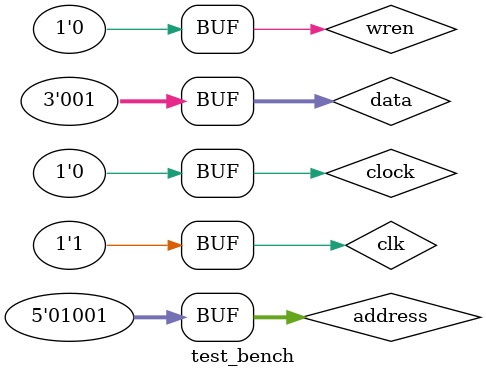
<source format=v>
module test_bench;

/* Primeiro clk entro com address, segundo CLK entro com wren e data, e então faço o clock normal*/ 


	reg clock, wren, clk; 
	wire hit, valido, LRU, dirty;
	reg [4:0]address;
	reg [2:0] data;
	wire [2:0] q; //q é a saida e mem é o que grava na memoria que usarei futuramente.

	/*Memoria
		[2:0] q.
		[5:3] tag.
		  6   dirty
		  7   LRU
		  8   Valido
	*/	
	
	initial begin
		clock = 1'b0;
		clk = 1'b1;
		wren = 1'b0;
		address = 5'b10000;
		data = 3'b101;
		//memr = 3'b111;
	end
	
	initial begin
		#25 clock = ~clock;//1
		#25 clock = ~clock; //0
		#25 clock = ~clock; //1
		#25 clock = ~clock; clk = ~clk; //0
		#25 clock = ~clock; //1
		
		#25 clock = ~clock; clk = ~clk; address = 5'b00001; //0
		#25 clock = ~clock;//1
		#25 clock = ~clock; //0
		#25 clock = ~clock; //1
		#25 clock = ~clock; clk = ~clk; //0
		#25 clock = ~clock; //1
		
		#25 clock = ~clock; clk = ~clk; //0
		#25 clock = ~clock;//1
		#25 clock = ~clock; //0
		#25 clock = ~clock; //1
		#25 clock = ~clock; clk = ~clk; wren = 1'b1; //0
		#25 clock = ~clock; //1
		
		#25 clock = ~clock; clk = ~clk; address = 5'b01001; data = 3'b100; //0
		#25 clock = ~clock; //1
		#25 clock = ~clock; //0
		#25 clock = ~clock; //1
		#25 clock = ~clock; clk = ~clk; //0
		#25 clock = ~clock;//1
		
		#25 clock = ~clock; clk = ~clk; wren = 1'b0; address = 5'b00101;//0
		#25 clock = ~clock; //1
		#25 clock = ~clock; //0
		#25 clock = ~clock; //1
		#25 clock = ~clock; clk = ~clk;  //memr = 3'b011; //0
		#25 clock = ~clock; //1	
		
		#25 clock = ~clock; clk = ~clk; wren = 1'b1; address = 5'b01101; data = 3'b001;//0
		#25 clock = ~clock; //1
		#25 clock = ~clock; //0
		#25 clock = ~clock; //1
		#25 clock = ~clock; clk = ~clk;  //0
		#25 clock = ~clock; //1
		
		#25 clock = ~clock; clk = ~clk; wren = 1'b0; address = 5'b00001;//0
		#25 clock = ~clock; //1
		#25 clock = ~clock; //0
		#25 clock = ~clock; //1
		#25 clock = ~clock; clk = ~clk;  //0
		#25 clock = ~clock; //1
		
		#25 clock = ~clock; clk = ~clk; address = 5'b01001; //0
		#25 clock = ~clock; //1
		#25 clock = ~clock; //0
		#25 clock = ~clock; //1
		#25 clock = ~clock; clk = ~clk; //memr = 3'b011; //0
		#25 clock = ~clock; //1
		
		#50 ;
		
	end
	
		cache dut(clock, clk, address, wren, hit, valido, LRU, dirty, data, q);



endmodule

</source>
